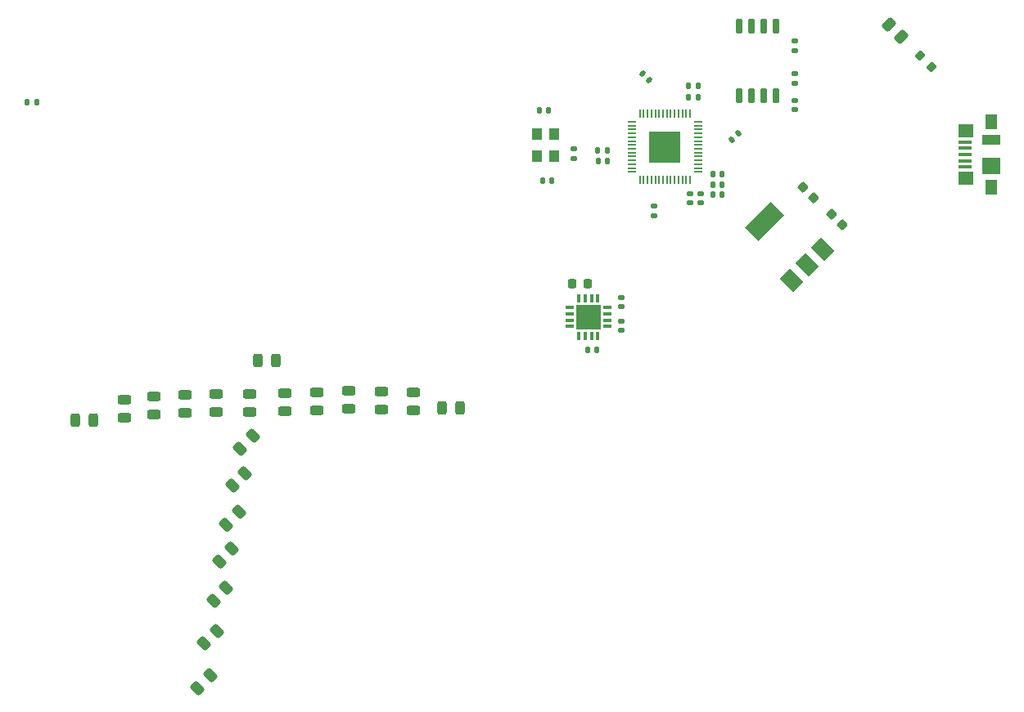
<source format=gbr>
%TF.GenerationSoftware,KiCad,Pcbnew,(6.0.2-0)*%
%TF.CreationDate,2022-06-10T14:05:29-06:00*%
%TF.ProjectId,Graduation Cap,47726164-7561-4746-996f-6e204361702e,rev?*%
%TF.SameCoordinates,Original*%
%TF.FileFunction,Paste,Top*%
%TF.FilePolarity,Positive*%
%FSLAX46Y46*%
G04 Gerber Fmt 4.6, Leading zero omitted, Abs format (unit mm)*
G04 Created by KiCad (PCBNEW (6.0.2-0)) date 2022-06-10 14:05:29*
%MOMM*%
%LPD*%
G01*
G04 APERTURE LIST*
G04 Aperture macros list*
%AMRoundRect*
0 Rectangle with rounded corners*
0 $1 Rounding radius*
0 $2 $3 $4 $5 $6 $7 $8 $9 X,Y pos of 4 corners*
0 Add a 4 corners polygon primitive as box body*
4,1,4,$2,$3,$4,$5,$6,$7,$8,$9,$2,$3,0*
0 Add four circle primitives for the rounded corners*
1,1,$1+$1,$2,$3*
1,1,$1+$1,$4,$5*
1,1,$1+$1,$6,$7*
1,1,$1+$1,$8,$9*
0 Add four rect primitives between the rounded corners*
20,1,$1+$1,$2,$3,$4,$5,0*
20,1,$1+$1,$4,$5,$6,$7,0*
20,1,$1+$1,$6,$7,$8,$9,0*
20,1,$1+$1,$8,$9,$2,$3,0*%
%AMRotRect*
0 Rectangle, with rotation*
0 The origin of the aperture is its center*
0 $1 length*
0 $2 width*
0 $3 Rotation angle, in degrees counterclockwise*
0 Add horizontal line*
21,1,$1,$2,0,0,$3*%
G04 Aperture macros list end*
%ADD10RoundRect,0.135000X-0.185000X0.135000X-0.185000X-0.135000X0.185000X-0.135000X0.185000X0.135000X0*%
%ADD11RoundRect,0.225000X-0.335876X-0.017678X-0.017678X-0.335876X0.335876X0.017678X0.017678X0.335876X0*%
%ADD12RoundRect,0.140000X-0.170000X0.140000X-0.170000X-0.140000X0.170000X-0.140000X0.170000X0.140000X0*%
%ADD13RoundRect,0.140000X0.140000X0.170000X-0.140000X0.170000X-0.140000X-0.170000X0.140000X-0.170000X0*%
%ADD14RoundRect,0.243750X-0.494975X-0.150260X-0.150260X-0.494975X0.494975X0.150260X0.150260X0.494975X0*%
%ADD15RoundRect,0.135000X0.185000X-0.135000X0.185000X0.135000X-0.185000X0.135000X-0.185000X-0.135000X0*%
%ADD16RoundRect,0.243750X0.150260X-0.494975X0.494975X-0.150260X-0.150260X0.494975X-0.494975X0.150260X0*%
%ADD17RoundRect,0.243750X-0.243750X-0.456250X0.243750X-0.456250X0.243750X0.456250X-0.243750X0.456250X0*%
%ADD18RoundRect,0.200000X0.335876X0.053033X0.053033X0.335876X-0.335876X-0.053033X-0.053033X-0.335876X0*%
%ADD19RoundRect,0.243750X0.456250X-0.243750X0.456250X0.243750X-0.456250X0.243750X-0.456250X-0.243750X0*%
%ADD20RoundRect,0.140000X-0.140000X-0.170000X0.140000X-0.170000X0.140000X0.170000X-0.140000X0.170000X0*%
%ADD21RotRect,2.000000X1.500000X135.000000*%
%ADD22RotRect,2.000000X3.800000X135.000000*%
%ADD23RoundRect,0.140000X0.021213X-0.219203X0.219203X-0.021213X-0.021213X0.219203X-0.219203X0.021213X0*%
%ADD24R,0.200000X0.850000*%
%ADD25R,0.850000X0.200000*%
%ADD26R,3.200000X3.200000*%
%ADD27RoundRect,0.140000X0.219203X0.021213X0.021213X0.219203X-0.219203X-0.021213X-0.021213X-0.219203X0*%
%ADD28RoundRect,0.225000X-0.225000X-0.250000X0.225000X-0.250000X0.225000X0.250000X-0.225000X0.250000X0*%
%ADD29RoundRect,0.147500X-0.147500X-0.172500X0.147500X-0.172500X0.147500X0.172500X-0.147500X0.172500X0*%
%ADD30R,1.380000X0.450000*%
%ADD31R,1.300000X1.650000*%
%ADD32R,1.550000X1.425000*%
%ADD33R,1.900000X1.000000*%
%ADD34R,1.900000X1.800000*%
%ADD35RoundRect,0.150000X-0.150000X0.650000X-0.150000X-0.650000X0.150000X-0.650000X0.150000X0.650000X0*%
%ADD36R,1.050000X1.300000*%
%ADD37R,0.950000X0.350000*%
%ADD38R,0.350000X0.950000*%
%ADD39R,2.550000X2.550000*%
G04 APERTURE END LIST*
D10*
%TO.C,R3*%
X160000000Y-100110000D03*
X160000000Y-101130000D03*
%TD*%
D11*
%TO.C,C1*%
X186660000Y-106870000D03*
X187756016Y-107966016D03*
%TD*%
D12*
%TO.C,C11*%
X164900000Y-117950000D03*
X164900000Y-118910000D03*
%TD*%
D13*
%TO.C,C20*%
X163447500Y-100290000D03*
X162487500Y-100290000D03*
%TD*%
D14*
%TO.C,D17*%
X192561658Y-87191658D03*
X193887484Y-88517484D03*
%TD*%
D15*
%TO.C,R1*%
X182877500Y-93300000D03*
X182877500Y-92280000D03*
%TD*%
D16*
%TO.C,D16*%
X124021658Y-138998342D03*
X125347484Y-137672516D03*
%TD*%
D17*
%TO.C,D13*%
X127345000Y-122020000D03*
X129220000Y-122020000D03*
%TD*%
D13*
%TO.C,C9*%
X162380000Y-120892500D03*
X161420000Y-120892500D03*
%TD*%
D18*
%TO.C,R6*%
X196963363Y-91593363D03*
X195796637Y-90426637D03*
%TD*%
D19*
%TO.C,D4*%
X119780000Y-127447500D03*
X119780000Y-125572500D03*
%TD*%
D20*
%TO.C,C13*%
X174380000Y-103780000D03*
X175340000Y-103780000D03*
%TD*%
D12*
%TO.C,C19*%
X173100000Y-104740000D03*
X173100000Y-105700000D03*
%TD*%
%TO.C,C16*%
X168310000Y-106050000D03*
X168310000Y-107010000D03*
%TD*%
%TO.C,C3*%
X182890000Y-95100000D03*
X182890000Y-96060000D03*
%TD*%
D21*
%TO.C,U1*%
X182521041Y-113733732D03*
X184147386Y-112107386D03*
D22*
X179692614Y-107652614D03*
D21*
X185773732Y-110481041D03*
%TD*%
D23*
%TO.C,C6*%
X176310589Y-99139411D03*
X176989411Y-98460589D03*
%TD*%
D19*
%TO.C,D8*%
X133440000Y-127205000D03*
X133440000Y-125330000D03*
%TD*%
D20*
%TO.C,C4*%
X156440000Y-96100000D03*
X157400000Y-96100000D03*
%TD*%
D16*
%TO.C,D15*%
X125471658Y-131138342D03*
X126797484Y-129812516D03*
%TD*%
D20*
%TO.C,C17*%
X171880000Y-93610000D03*
X172840000Y-93610000D03*
%TD*%
D17*
%TO.C,D12*%
X146345000Y-126940000D03*
X148220000Y-126940000D03*
%TD*%
D24*
%TO.C,IC2*%
X172030000Y-96440000D03*
X171630000Y-96440000D03*
X171230000Y-96440000D03*
X170830000Y-96440000D03*
X170430000Y-96440000D03*
X170030000Y-96440000D03*
X169630000Y-96440000D03*
X169230000Y-96440000D03*
X168830000Y-96440000D03*
X168430000Y-96440000D03*
X168030000Y-96440000D03*
X167630000Y-96440000D03*
X167230000Y-96440000D03*
X166830000Y-96440000D03*
D25*
X165980000Y-97290000D03*
X165980000Y-97690000D03*
X165980000Y-98090000D03*
X165980000Y-98490000D03*
X165980000Y-98890000D03*
X165980000Y-99290000D03*
X165980000Y-99690000D03*
X165980000Y-100090000D03*
X165980000Y-100490000D03*
X165980000Y-100890000D03*
X165980000Y-101290000D03*
X165980000Y-101690000D03*
X165980000Y-102090000D03*
X165980000Y-102490000D03*
D24*
X166830000Y-103340000D03*
X167230000Y-103340000D03*
X167630000Y-103340000D03*
X168030000Y-103340000D03*
X168430000Y-103340000D03*
X168830000Y-103340000D03*
X169230000Y-103340000D03*
X169630000Y-103340000D03*
X170030000Y-103340000D03*
X170430000Y-103340000D03*
X170830000Y-103340000D03*
X171230000Y-103340000D03*
X171630000Y-103340000D03*
X172030000Y-103340000D03*
D25*
X172880000Y-102490000D03*
X172880000Y-102090000D03*
X172880000Y-101690000D03*
X172880000Y-101290000D03*
X172880000Y-100890000D03*
X172880000Y-100490000D03*
X172880000Y-100090000D03*
X172880000Y-99690000D03*
X172880000Y-99290000D03*
X172880000Y-98890000D03*
X172880000Y-98490000D03*
X172880000Y-98090000D03*
X172880000Y-97690000D03*
X172880000Y-97290000D03*
D26*
X169430000Y-99890000D03*
%TD*%
D12*
%TO.C,C15*%
X172010000Y-104760000D03*
X172010000Y-105720000D03*
%TD*%
D20*
%TO.C,C10*%
X174380000Y-102750000D03*
X175340000Y-102750000D03*
%TD*%
D19*
%TO.C,D6*%
X126500000Y-127335000D03*
X126500000Y-125460000D03*
%TD*%
D16*
%TO.C,D18*%
X123321658Y-142818342D03*
X124647484Y-141492516D03*
%TD*%
D15*
%TO.C,R2*%
X182877500Y-89960000D03*
X182877500Y-88940000D03*
%TD*%
D27*
%TO.C,C18*%
X167789411Y-92969411D03*
X167110589Y-92290589D03*
%TD*%
D28*
%TO.C,C8*%
X159847500Y-114085000D03*
X161397500Y-114085000D03*
%TD*%
D13*
%TO.C,C7*%
X163457500Y-101370000D03*
X162497500Y-101370000D03*
%TD*%
D16*
%TO.C,D20*%
X121747087Y-151352913D03*
X123072913Y-150027087D03*
%TD*%
D19*
%TO.C,D9*%
X136750000Y-127057500D03*
X136750000Y-125182500D03*
%TD*%
D29*
%TO.C,D22*%
X103465000Y-95290000D03*
X104435000Y-95290000D03*
%TD*%
D16*
%TO.C,D14*%
X124657087Y-135012913D03*
X125982913Y-133687087D03*
%TD*%
D19*
%TO.C,D3*%
X116530000Y-127607500D03*
X116530000Y-125732500D03*
%TD*%
%TO.C,D5*%
X122970000Y-127387500D03*
X122970000Y-125512500D03*
%TD*%
D11*
%TO.C,C2*%
X183741992Y-104051992D03*
X184838008Y-105148008D03*
%TD*%
D30*
%TO.C,J2*%
X200480000Y-101990000D03*
X200480000Y-101340000D03*
X200480000Y-100690000D03*
X200480000Y-100040000D03*
X200480000Y-99390000D03*
D31*
X203140000Y-104065000D03*
D32*
X200565000Y-103177500D03*
D33*
X203140000Y-99140000D03*
D32*
X200565000Y-98202500D03*
D31*
X203140000Y-97315000D03*
D34*
X203140000Y-101840000D03*
%TD*%
D13*
%TO.C,C5*%
X157700000Y-103380000D03*
X156740000Y-103380000D03*
%TD*%
D17*
%TO.C,D1*%
X108422500Y-128190000D03*
X110297500Y-128190000D03*
%TD*%
D35*
%TO.C,U2*%
X180885000Y-87370000D03*
X179615000Y-87370000D03*
X178345000Y-87370000D03*
X177075000Y-87370000D03*
X177075000Y-94570000D03*
X178345000Y-94570000D03*
X179615000Y-94570000D03*
X180885000Y-94570000D03*
%TD*%
D20*
%TO.C,C14*%
X171870000Y-94790000D03*
X172830000Y-94790000D03*
%TD*%
D16*
%TO.C,D19*%
X122707087Y-146882913D03*
X124032913Y-145557087D03*
%TD*%
D19*
%TO.C,D2*%
X113490000Y-127967500D03*
X113490000Y-126092500D03*
%TD*%
D12*
%TO.C,C12*%
X164910000Y-115502500D03*
X164910000Y-116462500D03*
%TD*%
D16*
%TO.C,D21*%
X121067087Y-155932913D03*
X122392913Y-154607087D03*
%TD*%
D19*
%TO.C,D7*%
X130090000Y-127297500D03*
X130090000Y-125422500D03*
%TD*%
D36*
%TO.C,Y1*%
X156185000Y-98530000D03*
X156185000Y-100830000D03*
X157935000Y-100830000D03*
X157935000Y-98530000D03*
%TD*%
D20*
%TO.C,C21*%
X174390000Y-104830000D03*
X175350000Y-104830000D03*
%TD*%
D37*
%TO.C,IC1*%
X159567250Y-116550000D03*
X159567250Y-117200000D03*
X159567250Y-117850000D03*
X159567250Y-118500000D03*
D38*
X160542250Y-119475000D03*
X161192250Y-119475000D03*
X161842250Y-119475000D03*
X162492250Y-119475000D03*
D37*
X163467250Y-118500000D03*
X163467250Y-117850000D03*
X163467250Y-117200000D03*
X163467250Y-116550000D03*
D38*
X162492250Y-115575000D03*
X161842250Y-115575000D03*
X161192250Y-115575000D03*
X160542250Y-115575000D03*
D39*
X161517250Y-117525000D03*
%TD*%
D19*
%TO.C,D11*%
X143420000Y-127197500D03*
X143420000Y-125322500D03*
%TD*%
%TO.C,D10*%
X140090000Y-127077500D03*
X140090000Y-125202500D03*
%TD*%
M02*

</source>
